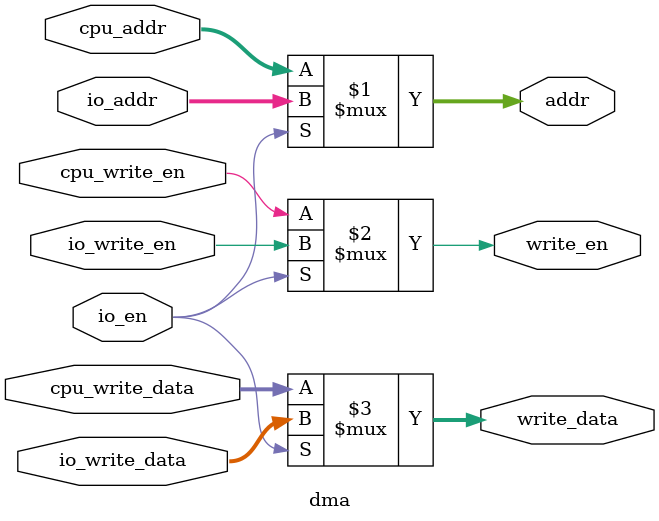
<source format=v>
`timescale 1ns / 1ps


module dma(
    input         io_en,
    input  [31:0] cpu_addr,
    input         cpu_write_en,
    input  [31:0] cpu_write_data,
    input  [31:0] io_addr,
    input         io_write_en,
    input  [31:0] io_write_data,
    
    output [31:0] addr,
    output        write_en,
    output [31:0] write_data
    );
    
    // IO occupy memory regularly
    assign addr = io_en ? io_addr : cpu_addr;
    assign write_en = io_en ? io_write_en : cpu_write_en;
    assign write_data = io_en ? io_write_data : cpu_write_data;
    
endmodule

</source>
